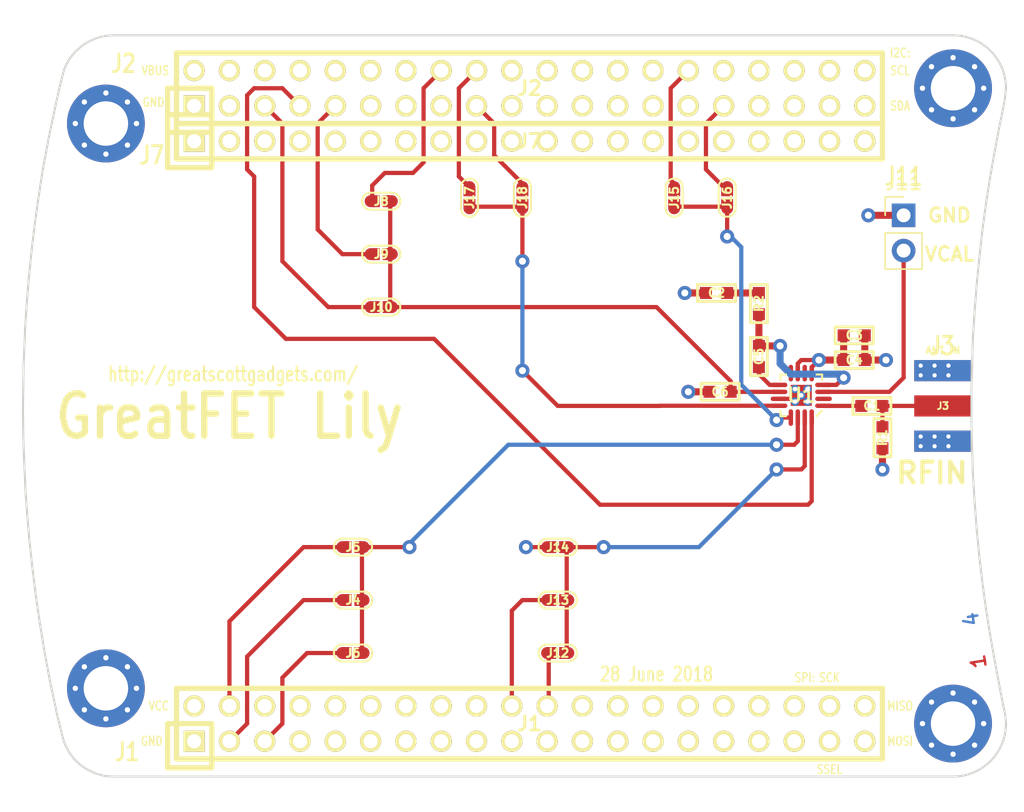
<source format=kicad_pcb>
(kicad_pcb (version 20221018) (generator pcbnew)
  (layers (0 "F.Cu" signal) (1 "In1.Cu" power "C2.Cu") (2 "In2.Cu" power "C3.Cu") (31 "B.Cu" signal) (34 "B.Paste" user) (35 "F.Paste" user) (36 "B.SilkS" user "B.Silkscreen") (37 "F.SilkS" user "F.Silkscreen") (38 "B.Mask" user) (39 "F.Mask" user) (44 "Edge.Cuts" user))
  (net 0 "")
  (net 1 "GND")
  (net 2 "VCC")
  (net 3 "/RF_IN")
  (net 4 "/P4_9")
  (net 5 "/P0_0")
  (net 6 "/P4_10")
  (net 7 "/P0_1")
  (net 8 "/P1_0")
  (net 9 "/P5_0")
  (net 10 "/P5_1")
  (net 11 "/P1_1")
  (net 12 "/CLK0")
  (net 13 "/P1_2")
  (net 14 "/P1_5")
  (net 15 "/P5_2")
  (net 16 "/P1_7")
  (net 17 "/P1_6")
  (net 18 "/P1_9")
  (net 19 "/P1_8")
  (net 20 "/P5_3")
  (net 21 "/P1_10")
  (net 22 "/P1_12")
  (net 23 "/P1_11")
  (net 24 "/P5_5")
  (net 25 "/P5_4")
  (net 26 "/P1_14")
  (net 27 "/P1_13")
  (net 28 "/P5_6")
  (net 29 "/P1_15")
  (net 30 "/P5_7")
  (net 31 "/P1_16")
  (net 32 "/P1_18")
  (net 33 "/P1_17")
  (net 34 "/P9_5")
  (net 35 "/P9_6")
  (net 36 "/P2_0")
  (net 37 "/P6_0")
  (net 38 "/P1_20")
  (net 39 "/P1_19")
  (net 40 "/P1_4")
  (net 41 "/P1_3")
  (net 42 "/P4_8")
  (net 43 "/P4_0")
  (net 44 "/ADC0_0")
  (net 45 "/P4_5")
  (net 46 "/P4_4")
  (net 47 "/P4_2")
  (net 48 "/P4_3")
  (net 49 "/P4_6")
  (net 50 "/P4_7")
  (net 51 "/CLK2")
  (net 52 "/P2_8")
  (net 53 "/P2_7")
  (net 54 "/P2_6")
  (net 55 "/P7_7")
  (net 56 "/WAKEUP0")
  (net 57 "/P2_5")
  (net 58 "/P2_4")
  (net 59 "/P2_3")
  (net 60 "/PF_4")
  (net 61 "/P3_2")
  (net 62 "/P7_2")
  (net 63 "/P3_1")
  (net 64 "/P7_1")
  (net 65 "/P3_0")
  (net 66 "/P7_0")
  (net 67 "/P3_4")
  (net 68 "/P6_8")
  (net 69 "/P3_7")
  (net 70 "/P6_7")
  (net 71 "/P3_3")
  (net 72 "/P2_2")
  (net 73 "/P6_6")
  (net 74 "/P2_1")
  (net 75 "/P6_3")
  (net 76 "/P3_5")
  (net 77 "/P3_6")
  (net 78 "/I2C0_SDA")
  (net 79 "/I2C0_SCL")
  (net 80 "/P6_4")
  (net 81 "/P6_5")
  (net 82 "/ADC0_5")
  (net 83 "/ADC0_2")
  (net 84 "/P2_9")
  (net 85 "/P2_12")
  (net 86 "/P2_13")
  (net 87 "/RTC_ALARM")
  (net 88 "/RESET")
  (net 89 "/VBAT")
  (net 90 "/P2_11")
  (net 91 "/P2_10")
  (net 92 "/P6_10")
  (net 93 "/P6_9")
  (net 94 "/P6_2")
  (net 95 "/P6_1")
  (net 96 "/VOUT")
  (net 97 "Net-(C1-Pad2)")
  (net 98 "Net-(C2-Pad1)")
  (net 99 "/rms_avg")
  (net 100 "Net-(C5-Pad1)")
  (net 101 "/ENBL")
  (net 102 "Net-(U1-Pad6)")
  (net 103 "Net-(U1-Pad2)")
  (net 104 "Net-(U1-Pad8)")
  (net 105 "/VBUS")
  (net 106 "Net-(J11-Pad2)")
  (net 107 "Net-(J12-Pad2)")
  (net 108 "Net-(J15-Pad1)")
  (net 109 "Net-(J17-Pad1)")
  (footprint "gsg-modules:HEADER-2x20" (layer "F.Cu") (at 146.05 118.11)
    (fp_text reference "J1")
    (fp_text value "NEIGHBOR1" hide)
  )
  (footprint "gsg-modules:HEADER-2x20" (layer "F.Cu") (at 146.05 72.39)
    (fp_text reference "J2")
    (fp_text value "NEIGHBOR2" hide)
  )
  (footprint "gsg-modules:HEADER-1x20" (layer "F.Cu") (at 146.05 76.2)
    (fp_text reference "J7")
    (fp_text value "BONUS_ROW" hide)
  )
  (footprint "gsg-modules:HOLE126MIL-COPPER" (layer "F.Cu") (at 115.57 74.93)
    (fp_text reference "MH1" hide)
    (fp_text value "MOUNTING_HOLE" hide)
  )
  (footprint "gsg-modules:HOLE126MIL-COPPER" (layer "F.Cu") (at 115.57 115.57)
    (fp_text reference "MH2" hide)
    (fp_text value "MOUNTING_HOLE" hide)
  )
  (footprint "gsg-modules:HOLE126MIL-COPPER" (layer "F.Cu") (at 176.53 118.11)
    (fp_text reference "MH3" hide)
    (fp_text value "MOUNTING_HOLE" hide)
  )
  (footprint "gsg-modules:HOLE126MIL-COPPER" (layer "F.Cu") (at 176.53 72.39)
    (fp_text reference "MH4" hide)
    (fp_text value "MOUNTING_HOLE" hide)
  )
  (footprint "gsg-modules:SMA-EDGE" (layer "F.Cu") (at 177.8 95.25 180)
    (fp_text reference "J3")
    (fp_text value "ANT_IN")
  )
  (footprint "gsg-modules:0603" (layer "F.Cu") (at 170.688 95.25)
    (fp_text reference "C1")
    (fp_text value "470nF" hide)
  )
  (footprint "gsg-modules:0603" (layer "F.Cu") (at 159.512 87.122 180)
    (fp_text reference "C2")
    (fp_text value "100nF" hide)
  )
  (footprint "gsg-modules:0603" (layer "F.Cu") (at 169.418 90.17)
    (fp_text reference "C3")
    (fp_text value "100nF" hide)
  )
  (footprint "gsg-modules:0603" (layer "F.Cu") (at 169.418 91.948)
    (fp_text reference "C4")
    (fp_text value "100pF" hide)
  )
  (footprint "gsg-modules:0603" (layer "F.Cu") (at 162.56 91.694 90)
    (fp_text reference "C5")
    (fp_text value "100nF" hide)
  )
  (footprint "gsg-modules:0603" (layer "F.Cu") (at 159.766 94.234 180)
    (fp_text reference "C6")
    (fp_text value "10nF" hide)
  )
  (footprint "gsg-modules:0603-JUMPER" (layer "F.Cu") (at 133.35 109.22 180)
    (fp_text reference "J4")
    (fp_text value "TEST_2P" hide)
  )
  (footprint "gsg-modules:0603-JUMPER" (layer "F.Cu") (at 133.35 105.41 180)
    (fp_text reference "J5")
    (fp_text value "TEST_2P" hide)
  )
  (footprint "gsg-modules:0603-JUMPER" (layer "F.Cu") (at 133.35 113.03 180)
    (fp_text reference "J6")
    (fp_text value "TEST_2P" hide)
  )
  (footprint "gsg-modules:0603-JUMPER" (layer "F.Cu") (at 135.382 80.518 180)
    (fp_text reference "J8")
    (fp_text value "TEST_2P" hide)
  )
  (footprint "gsg-modules:0603-JUMPER" (layer "F.Cu") (at 135.382 84.328 180)
    (fp_text reference "J9")
    (fp_text value "TEST_2P" hide)
  )
  (footprint "gsg-modules:0603-JUMPER" (layer "F.Cu") (at 135.382 88.138 180)
    (fp_text reference "J10")
    (fp_text value "TEST_2P" hide)
  )
  (footprint "gsg-modules:0603" (layer "F.Cu") (at 171.45 97.536 -90)
    (fp_text reference "R1")
    (fp_text value "82.5" hide)
  )
  (footprint "gsg-modules:0603" (layer "F.Cu") (at 162.56 87.884 90)
    (fp_text reference "R2")
    (fp_text value "4.02" hide)
  )
  (footprint "Pin_Headers:Pin_Header_Straight_1x02_Pitch2.54mm" (layer "F.Cu") (at 172.974 81.534)
    (fp_text reference "J11")
    (fp_text value "Conn_01x02")
  )
  (footprint "gsg-modules:0603-JUMPER" (layer "F.Cu") (at 148.082 113.03)
    (fp_text reference "J12")
    (fp_text value "TEST_2P" hide)
  )
  (footprint "gsg-modules:0603-JUMPER" (layer "F.Cu") (at 148.082 109.22)
    (fp_text reference "J13")
    (fp_text value "TEST_2P" hide)
  )
  (footprint "gsg-modules:0603-JUMPER" (layer "F.Cu") (at 148.082 105.41)
    (fp_text reference "J14")
    (fp_text value "TEST_2P" hide)
  )
  (footprint "gsg-modules:0603-JUMPER" (layer "F.Cu") (at 156.464 80.264 90)
    (fp_text reference "J15")
    (fp_text value "TEST_2P" hide)
  )
  (footprint "gsg-modules:0603-JUMPER" (layer "F.Cu") (at 160.274 80.264 90)
    (fp_text reference "J16")
    (fp_text value "TEST_2P" hide)
  )
  (footprint "gsg-modules:0603-JUMPER" (layer "F.Cu") (at 141.732 80.264 90)
    (fp_text reference "J17")
    (fp_text value "TEST_2P" hide)
  )
  (footprint "gsg-modules:0603-JUMPER" (layer "F.Cu") (at 145.542 80.264 90)
    (fp_text reference "J18")
    (fp_text value "TEST_2P" hide)
  )
  (footprint "gsg-modules:QFN16-3" (layer "F.Cu") (at 165.608 94.488 180)
    (fp_text reference "U1")
    (fp_text value "ADL5904")
  )
  (gr_line (start 112.6998 119.761) (end 112.5474 119.4054) (stroke (width 0.15)) (layer "Edge.Cuts"))
  (gr_line (start 114.3762 121.4882) (end 114.0968 121.3358) (stroke (width 0.15)) (layer "Edge.Cuts"))
  (gr_line (start 176.53 121.92) (end 116.1288 121.92) (stroke (width 0.15)) (layer "Edge.Cuts"))
  (gr_line (start 180.1368 73.8124) (end 180.2638 73.1266) (stroke (width 0.15)) (layer "Edge.Cuts"))
  (gr_line (start 109.728 90.5002) (end 109.6518 92.1766) (stroke (width 0.15)) (layer "Edge.Cuts"))
  (gr_line (start 178.6636 82.4484) (end 178.9176 80.5688) (stroke (width 0.15)) (layer "Edge.Cuts"))
  (gr_line (start 177.9524 90.5002) (end 178.0794 88.4682) (stroke (width 0.15)) (layer "Edge.Cuts"))
  (gr_line (start 178.6382 107.9246) (end 178.8922 109.8042) (stroke (width 0.15)) (layer "Edge.Cuts"))
  (gr_line (start 115.2398 68.6816) (end 114.8334 68.8086) (stroke (width 0.15)) (layer "Edge.Cuts"))
  (gr_line (start 113.03 120.3198) (end 112.8776 120.0912) (stroke (width 0.15)) (layer "Edge.Cuts"))
  (gr_line (start 112.395 71.6788) (end 112.3188 71.9582) (stroke (width 0.15)) (layer "Edge.Cuts"))
  (gr_line (start 177.9016 92.3544) (end 177.8508 94.0054) (stroke (width 0.15)) (layer "Edge.Cuts"))
  (gr_line (start 178.0794 102.108) (end 178.2318 104.1146) (stroke (width 0.15)) (layer "Edge.Cuts"))
  (gr_line (start 177.927 99.0346) (end 177.9524 99.9998) (stroke (width 0.15)) (layer "Edge.Cuts"))
  (gr_line (start 112.5474 71.0946) (end 112.4712 71.374) (stroke (width 0.15)) (layer "Edge.Cuts"))
  (gr_line (start 109.7788 101.2952) (end 109.728 99.9998) (stroke (width 0.15)) (layer "Edge.Cuts"))
  (gr_arc (start 180.34 118.11) (mid 179.224077 120.804077) (end 176.53 121.92) (stroke (width 0.15)) (layer "Edge.Cuts"))
  (gr_line (start 112.5474 119.4054) (end 112.4458 119.0244) (stroke (width 0.15)) (layer "Edge.Cuts"))
  (gr_line (start 177.8508 94.0054) (end 177.8508 95.123) (stroke (width 0.15)) (layer "Edge.Cuts"))
  (gr_line (start 113.1824 69.977) (end 113.0046 70.2056) (stroke (width 0.15)) (layer "Edge.Cuts"))
  (gr_line (start 114.0206 69.215) (end 113.6904 69.469) (stroke (width 0.15)) (layer "Edge.Cuts"))
  (gr_line (start 112.4712 71.374) (end 112.395 71.6788) (stroke (width 0.15)) (layer "Edge.Cuts"))
  (gr_line (start 110.5154 108.8136) (end 110.2614 106.7308) (stroke (width 0.15)) (layer "Edge.Cuts"))
  (gr_line (start 177.8508 96.393) (end 177.8762 97.79) (stroke (width 0.15)) (layer "Edge.Cuts"))
  (gr_line (start 179.2224 111.887) (end 179.5526 113.7158) (stroke (width 0.15)) (layer "Edge.Cuts"))
  (gr_line (start 110.0074 86.2584) (end 109.8804 87.7824) (stroke (width 0.15)) (layer "Edge.Cuts"))
  (gr_line (start 110.7948 110.744) (end 110.5154 108.8136) (stroke (width 0.15)) (layer "Edge.Cuts"))
  (gr_line (start 112.0902 117.602) (end 111.5314 114.9858) (stroke (width 0.15)) (layer "Edge.Cuts"))
  (gr_line (start 179.5018 77.0636) (end 179.8066 75.438) (stroke (width 0.15)) (layer "Edge.Cuts"))
  (gr_line (start 115.6462 121.8946) (end 115.2398 121.8184) (stroke (width 0.15)) (layer "Edge.Cuts"))
  (gr_line (start 113.4872 120.8532) (end 113.2586 120.6246) (stroke (width 0.15)) (layer "Edge.Cuts"))
  (gr_line (start 116.1288 68.58) (end 115.697 68.6054) (stroke (width 0.15)) (layer "Edge.Cuts"))
  (gr_line (start 180.2892 117.5004) (end 180.34 118.11) (stroke (width 0.15)) (layer "Edge.Cuts"))
  (gr_line (start 111.5314 114.9858) (end 111.1504 112.9284) (stroke (width 0.15)) (layer "Edge.Cuts"))
  (gr_line (start 111.0488 78.1304) (end 110.7186 80.264) (stroke (width 0.15)) (layer "Edge.Cuts"))
  (gr_line (start 114.8334 68.8086) (end 114.3762 69.0118) (stroke (width 0.15)) (layer "Edge.Cuts"))
  (gr_line (start 178.9176 80.5688) (end 179.197 78.8162) (stroke (width 0.15)) (layer "Edge.Cuts"))
  (gr_line (start 180.2638 73.1266) (end 180.34 72.39) (stroke (width 0.15)) (layer "Edge.Cuts"))
  (gr_line (start 113.7412 121.0818) (end 113.4872 120.8532) (stroke (width 0.15)) (layer "Edge.Cuts"))
  (gr_arc (start 176.53 68.58) (mid 179.224077 69.695923) (end 180.34 72.39) (stroke (width 0.15)) (layer "Edge.Cuts"))
  (gr_line (start 178.4604 84.2264) (end 178.6636 82.4484) (stroke (width 0.15)) (layer "Edge.Cuts"))
  (gr_line (start 178.2572 86.233) (end 178.4604 84.2264) (stroke (width 0.15)) (layer "Edge.Cuts"))
  (gr_line (start 112.8776 120.0912) (end 112.6998 119.761) (stroke (width 0.15)) (layer "Edge.Cuts"))
  (gr_line (start 178.0794 88.4682) (end 178.2572 86.233) (stroke (width 0.15)) (layer "Edge.Cuts"))
  (gr_line (start 112.649 70.8406) (end 112.5474 71.0946) (stroke (width 0.15)) (layer "Edge.Cuts"))
  (gr_line (start 114.3762 69.0118) (end 114.0206 69.215) (stroke (width 0.15)) (layer "Edge.Cuts"))
  (gr_line (start 112.4458 119.0244) (end 112.3442 118.6434) (stroke (width 0.15)) (layer "Edge.Cuts"))
  (gr_line (start 178.8922 109.8042) (end 179.2224 111.887) (stroke (width 0.15)) (layer "Edge.Cuts"))
  (gr_line (start 113.3856 69.7484) (end 113.1824 69.977) (stroke (width 0.15)) (layer "Edge.Cuts"))
  (gr_line (start 179.8066 75.438) (end 180.1368 73.8124) (stroke (width 0.15)) (layer "Edge.Cuts"))
  (gr_line (start 109.9058 103.0224) (end 109.7788 101.2952) (stroke (width 0.15)) (layer "Edge.Cuts"))
  (gr_line (start 115.697 68.6054) (end 115.2398 68.6816) (stroke (width 0.15)) (layer "Edge.Cuts"))
  (gr_line (start 109.6772 98.933) (end 109.728 99.9998) (stroke (width 0.15)) (layer "Edge.Cuts"))
  (gr_line (start 110.0582 104.8512) (end 109.9058 103.0224) (stroke (width 0.15)) (layer "Edge.Cuts"))
  (gr_line (start 110.4392 82.2706) (end 110.2106 84.201) (stroke (width 0.15)) (layer "Edge.Cuts"))
  (gr_line (start 110.2614 106.7308) (end 110.0582 104.8512) (stroke (width 0.15)) (layer "Edge.Cuts"))
  (gr_line (start 178.2318 104.1146) (end 178.4096 105.9942) (stroke (width 0.15)) (layer "Edge.Cuts"))
  (gr_line (start 115.2398 121.8184) (end 114.7572 121.666) (stroke (width 0.15)) (layer "Edge.Cuts"))
  (gr_line (start 112.3188 71.9582) (end 112.014 73.3298) (stroke (width 0.15)) (layer "Edge.Cuts"))
  (gr_line (start 178.4096 105.9942) (end 178.6382 107.9246) (stroke (width 0.15)) (layer "Edge.Cuts"))
  (gr_line (start 179.8828 115.4684) (end 180.1368 116.7892) (stroke (width 0.15)) (layer "Edge.Cuts"))
  (gr_line (start 109.6264 93.726) (end 109.601 95.5802) (stroke (width 0.15)) (layer "Edge.Cuts"))
  (gr_line (start 113.0046 70.2056) (end 112.8268 70.485) (stroke (width 0.15)) (layer "Edge.Cuts"))
  (gr_line (start 180.1368 116.7892) (end 180.2892 117.5004) (stroke (width 0.15)) (layer "Edge.Cuts"))
  (gr_line (start 112.8268 70.485) (end 112.649 70.8406) (stroke (width 0.15)) (layer "Edge.Cuts"))
  (gr_line (start 109.601 95.5802) (end 109.6264 97.4852) (stroke (width 0.15)) (layer "Edge.Cuts"))
  (gr_line (start 109.6518 92.1766) (end 109.6264 93.726) (stroke (width 0.15)) (layer "Edge.Cuts"))
  (gr_line (start 111.4806 75.8444) (end 111.0488 78.1304) (stroke (width 0.15)) (layer "Edge.Cuts"))
  (gr_line (start 177.9524 99.9998) (end 178.0794 102.108) (stroke (width 0.15)) (layer "Edge.Cuts"))
  (gr_line (start 109.7534 89.7128) (end 109.728 90.5002) (stroke (width 0.15)) (layer "Edge.Cuts"))
  (gr_line (start 112.3442 118.6434) (end 112.0902 117.602) (stroke (width 0.15)) (layer "Edge.Cuts"))
  (gr_line (start 112.014 73.3298) (end 111.4806 75.8444) (stroke (width 0.15)) (layer "Edge.Cuts"))
  (gr_line (start 113.2586 120.6246) (end 113.03 120.3198) (stroke (width 0.15)) (layer "Edge.Cuts"))
  (gr_line (start 177.9524 90.5002) (end 177.9016 92.3544) (stroke (width 0.15)) (layer "Edge.Cuts"))
  (gr_line (start 179.197 78.8162) (end 179.5018 77.0636) (stroke (width 0.15)) (layer "Edge.Cuts"))
  (gr_line (start 109.8804 87.7824) (end 109.7534 89.7128) (stroke (width 0.15)) (layer "Edge.Cuts"))
  (gr_line (start 109.6264 97.4852) (end 109.6772 98.933) (stroke (width 0.15)) (layer "Edge.Cuts"))
  (gr_line (start 116.1288 68.58) (end 176.53 68.58) (stroke (width 0.15)) (layer "Edge.Cuts"))
  (gr_line (start 179.5526 113.7158) (end 179.8828 115.4684) (stroke (width 0.15)) (layer "Edge.Cuts"))
  (gr_line (start 114.7572 121.666) (end 114.3762 121.4882) (stroke (width 0.15)) (layer "Edge.Cuts"))
  (gr_line (start 177.8508 95.123) (end 177.8508 96.393) (stroke (width 0.15)) (layer "Edge.Cuts"))
  (gr_line (start 177.8762 97.79) (end 177.927 99.0346) (stroke (width 0.15)) (layer "Edge.Cuts"))
  (gr_line (start 113.6904 69.469) (end 113.3856 69.7484) (stroke (width 0.15)) (layer "Edge.Cuts"))
  (gr_line (start 110.7186 80.264) (end 110.4392 82.2706) (stroke (width 0.15)) (layer "Edge.Cuts"))
  (gr_line (start 111.1504 112.9284) (end 110.7948 110.744) (stroke (width 0.15)) (layer "Edge.Cuts"))
  (gr_line (start 116.1288 121.92) (end 115.6462 121.8946) (stroke (width 0.15)) (layer "Edge.Cuts"))
  (gr_line (start 114.0968 121.3358) (end 113.7412 121.0818) (stroke (width 0.15)) (layer "Edge.Cuts"))
  (gr_line (start 110.2106 84.201) (end 110.0074 86.2584) (stroke (width 0.15)) (layer "Edge.Cuts"))
  (gr_text "1" (at 178.3588 113.6396 98.9) (layer "F.Cu") (effects (font (size 1.016 1.016) (thickness 0.1778))))
  (gr_text "4" (at 177.8508 110.5916 98.9) (layer "B.Cu") (effects (font (size 1.016 1.016) (thickness 0.1778))))
  (gr_text "J1" (at 117.094 120.142) (layer "F.SilkS") (effects (font (size 1.27 1.016) (thickness 0.2032))))
  (gr_text "J2" (at 116.84 70.612) (layer "F.SilkS") (effects (font (size 1.27 1.016) (thickness 0.2032))))
  (gr_text "J7" (at 118.872 77.216) (layer "F.SilkS") (effects (font (size 1.27 1.016) (thickness 0.2032))))
  (gr_text "MOSI" (at 172.72 119.38) (layer "F.SilkS") (effects (font (size 0.635 0.508) (thickness 0.1016))))
  (gr_text "MISO" (at 172.72 116.84) (layer "F.SilkS") (effects (font (size 0.635 0.508) (thickness 0.1016))))
  (gr_text "SSEL" (at 167.64 121.412) (layer "F.SilkS") (effects (font (size 0.635 0.508) (thickness 0.1016))))
  (gr_text "SCK" (at 167.64 114.808) (layer "F.SilkS") (effects (font (size 0.635 0.508) (thickness 0.1016))))
  (gr_text "SDA" (at 172.72 73.66) (layer "F.SilkS") (effects (font (size 0.635 0.508) (thickness 0.1016))))
  (gr_text "SCL" (at 172.72 71.12) (layer "F.SilkS") (effects (font (size 0.635 0.508) (thickness 0.1016))))
  (gr_text "I2C:" (at 172.72 69.85) (layer "F.SilkS") (effects (font (size 0.635 0.508) (thickness 0.1016))))
  (gr_text "SPI:" (at 165.862 114.808) (layer "F.SilkS") (effects (font (size 0.635 0.508) (thickness 0.1016))))
  (gr_text "GND" (at 118.872 119.38) (layer "F.SilkS") (effects (font (size 0.635 0.508) (thickness 0.1016))))
  (gr_text "VCC" (at 119.38 116.84) (layer "F.SilkS") (effects (font (size 0.635 0.508) (thickness 0.1016))))
  (gr_text "VBUS" (at 119.126 71.12) (layer "F.SilkS") (effects (font (size 0.635 0.508) (thickness 0.1016))))
  (gr_text "GND" (at 118.999 73.406) (layer "F.SilkS") (effects (font (size 0.635 0.508) (thickness 0.1016))))
  (gr_text "http://greatscottgadgets.com/" (at 124.714 92.964) (layer "F.SilkS") (effects (font (size 1.016 0.762) (thickness 0.1524))))
  (gr_text "28 June 2018" (at 155.194 114.554) (layer "F.SilkS") (effects (font (size 1.016 0.762) (thickness 0.1524))))
  (gr_text "GreatFET Lily" (at 124.46 96.012) (layer "F.SilkS") (effects (font (size 3.048 2.54) (thickness 0.4572))))
  (gr_text "GND" (at 176.276 81.534) (layer "F.SilkS") (effects (font (size 1 1) (thickness 0.2))))
  (gr_text "VCAL" (at 176.276 84.328) (layer "F.SilkS") (effects (font (size 1 1) (thickness 0.2))))
  (gr_text "J11" (at 172.974 78.74) (layer "F.SilkS") (effects (font (size 1.27 1.016) (thickness 0.2032))))
  (gr_text "RFIN" (at 175.006 100.076) (layer "F.SilkS") (effects (font (size 1.5 1.5) (thickness 0.3))))
  (gr_text "J3" (at 175.768 90.932) (layer "F.SilkS") (effects (font (size 1.27 1.016) (thickness 0.2032))))
  (segment (start 165.358 94.738) (end 165.608 94.488) (width 0.3048) (layer "F.Cu") (net 1))
  (segment (start 147.4343 105.41) (end 145.796 105.41) (width 0.3048) (layer "F.Cu") (net 1))
  (segment (start 147.4343 105.41) (end 148.4376 105.41) (width 0.2032) (layer "F.Cu") (net 1))
  (segment (start 159.004 94.234) (end 157.48 94.234) (width 0.508) (layer "F.Cu") (net 1))
  (segment (start 170.18 91.948) (end 170.18 90.17) (width 0.508) (layer "F.Cu") (net 1))
  (segment (start 158.75 87.122) (end 157.226 87.122) (width 0.508) (layer "F.Cu") (net 1))
  (segment (start 164.008 94.738) (end 165.358 94.738) (width 0.3048) (layer "F.Cu") (net 1))
  (segment (start 170.18 91.948) (end 171.704 91.948) (width 0.508) (layer "F.Cu") (net 1))
  (segment (start 172.974 81.534) (end 170.434 81.534) (width 0.508) (layer "F.Cu") (net 1))
  (segment (start 171.45 98.298) (end 171.45 99.822) (width 0.508) (layer "F.Cu") (net 1))
  (via (at 157.48 94.234) (size 1.016) (drill 0.508) (layers "F.Cu" "B.Cu") (net 1))
  (via (at 145.796 105.41) (size 1.016) (drill 0.508) (layers "F.Cu" "B.Cu") (net 1))
  (via (at 170.434 81.534) (size 1.016) (drill 0.508) (layers "F.Cu" "B.Cu") (net 1))
  (via (at 171.45 99.822) (size 1.016) (drill 0.508) (layers "F.Cu" "B.Cu") (net 1))
  (via (at 171.704 91.948) (size 1.016) (drill 0.508) (layers "F.Cu" "B.Cu") (net 1))
  (via (at 157.226 87.122) (size 1.016) (drill 0.508) (layers "F.Cu" "B.Cu") (net 1))
  (segment (start 166.878 91.948) (end 166.358 92.468) (width 0.3048) (layer "F.Cu") (net 2))
  (segment (start 165.608 91.948) (end 165.358 92.198) (width 0.3048) (layer "F.Cu") (net 2))
  (segment (start 165.358 92.198) (end 165.358 92.888) (width 0.3048) (layer "F.Cu") (net 2))
  (segment (start 168.656 91.948) (end 168.656 90.17) (width 0.508) (layer "F.Cu") (net 2))
  (segment (start 166.878 91.948) (end 165.608 91.948) (width 0.3048) (layer "F.Cu") (net 2))
  (segment (start 166.358 92.888) (end 166.358 92.468) (width 0.3048) (layer "F.Cu") (net 2))
  (segment (start 168.656 91.948) (end 166.878 91.948) (width 0.508) (layer "F.Cu") (net 2))
  (via (at 166.878 91.948) (size 1.016) (drill 0.508) (layers "F.Cu" "B.Cu") (net 2))
  (segment (start 167.22 95.25) (end 167.208 95.238) (width 0.3048) (layer "F.Cu") (net 3))
  (segment (start 169.926 95.25) (end 167.22 95.25) (width 0.3048) (layer "F.Cu") (net 3))
  (segment (start 129.794 109.22) (end 125.73 113.284) (width 0.3048) (layer "F.Cu") (net 4))
  (segment (start 125.73 113.284) (end 125.73 118.11) (width 0.3048) (layer "F.Cu") (net 4))
  (segment (start 125.73 118.11) (end 124.46 119.38) (width 0.3048) (layer "F.Cu") (net 4))
  (segment (start 132.7023 109.22) (end 129.794 109.22) (width 0.3048) (layer "F.Cu") (net 4))
  (segment (start 129.794 105.41) (end 124.46 110.744) (width 0.3048) (layer "F.Cu") (net 5))
  (segment (start 124.46 110.744) (end 124.46 116.84) (width 0.3048) (layer "F.Cu") (net 5))
  (segment (start 132.9944 105.41) (end 129.794 105.41) (width 0.3048) (layer "F.Cu") (net 5))
  (segment (start 130.048 113.03) (end 128.27 114.808) (width 0.3048) (layer "F.Cu") (net 6))
  (segment (start 128.27 114.808) (end 128.27 118.11) (width 0.3048) (layer "F.Cu") (net 6))
  (segment (start 128.27 118.11) (end 127 119.38) (width 0.3048) (layer "F.Cu") (net 6))
  (segment (start 132.7023 113.03) (end 130.048 113.03) (width 0.3048) (layer "F.Cu") (net 6))
  (segment (start 145.542 109.22) (end 144.78 109.982) (width 0.3048) (layer "F.Cu") (net 21))
  (segment (start 144.78 109.982) (end 144.78 116.84) (width 0.3048) (layer "F.Cu") (net 21))
  (segment (start 147.4343 109.22) (end 145.542 109.22) (width 0.3048) (layer "F.Cu") (net 21))
  (segment (start 147.4343 116.7257) (end 147.32 116.84) (width 0.3048) (layer "F.Cu") (net 23))
  (segment (start 147.4343 113.03) (end 147.4343 116.7257) (width 0.3048) (layer "F.Cu") (net 23))
  (segment (start 131.572 88.138) (end 128.27 84.836) (width 0.3048) (layer "F.Cu") (net 44))
  (segment (start 128.27 84.836) (end 128.27 74.93) (width 0.3048) (layer "F.Cu") (net 44))
  (segment (start 128.27 74.93) (end 127 73.66) (width 0.3048) (layer "F.Cu") (net 44))
  (segment (start 134.7343 88.138) (end 131.572 88.138) (width 0.3048) (layer "F.Cu") (net 44))
  (segment (start 129.54 73.406) (end 129.54 73.66) (width 0.3048) (layer "F.Cu") (net 46))
  (segment (start 166.358 102.096) (end 166.092 102.362) (width 0.3048) (layer "F.Cu") (net 46))
  (segment (start 166.092 102.362) (end 151.13 102.362) (width 0.3048) (layer "F.Cu") (net 46))
  (segment (start 151.13 102.362) (end 139.192 90.424) (width 0.3048) (layer "F.Cu") (net 46))
  (segment (start 139.192 90.424) (end 128.524 90.424) (width 0.3048) (layer "F.Cu") (net 46))
  (segment (start 128.524 90.424) (end 126.238 88.138) (width 0.3048) (layer "F.Cu") (net 46))
  (segment (start 126.238 88.138) (end 126.238 78.74) (width 0.3048) (layer "F.Cu") (net 46))
  (segment (start 126.238 78.74) (end 125.73 78.232) (width 0.3048) (layer "F.Cu") (net 46))
  (segment (start 125.73 78.232) (end 125.73 72.898) (width 0.3048) (layer "F.Cu") (net 46))
  (segment (start 125.73 72.898) (end 126.238 72.39) (width 0.3048) (layer "F.Cu") (net 46))
  (segment (start 126.238 72.39) (end 128.27 72.39) (width 0.3048) (layer "F.Cu") (net 46))
  (segment (start 128.27 72.39) (end 129.54 73.66) (width 0.3048) (layer "F.Cu") (net 46))
  (segment (start 166.358 96.088) (end 166.358 102.096) (width 0.3048) (layer "F.Cu") (net 46))
  (segment (start 166.358 96.088) (end 166.358 96.508) (width 0.3048) (layer "F.Cu") (net 46))
  (segment (start 132.588 84.328) (end 130.81 82.55) (width 0.3048) (layer "F.Cu") (net 48))
  (segment (start 130.81 82.55) (end 130.81 74.93) (width 0.3048) (layer "F.Cu") (net 48))
  (segment (start 130.81 74.93) (end 132.08 73.66) (width 0.3048) (layer "F.Cu") (net 48))
  (segment (start 134.7343 84.328) (end 132.588 84.328) (width 0.3048) (layer "F.Cu") (net 48))
  (segment (start 134.7343 79.3877) (end 135.636 78.486) (width 0.3048) (layer "F.Cu") (net 55))
  (segment (start 135.636 78.486) (end 137.668 78.486) (width 0.3048) (layer "F.Cu") (net 55))
  (segment (start 137.668 78.486) (end 138.43 77.724) (width 0.3048) (layer "F.Cu") (net 55))
  (segment (start 138.43 77.724) (end 138.43 72.39) (width 0.3048) (layer "F.Cu") (net 55))
  (segment (start 138.43 72.39) (end 139.7 71.12) (width 0.3048) (layer "F.Cu") (net 55))
  (segment (start 134.7343 80.518) (end 134.7343 79.3877) (width 0.3048) (layer "F.Cu") (net 55))
  (segment (start 145.542 79.248) (end 143.51 77.216) (width 0.3048) (layer "F.Cu") (net 56))
  (segment (start 143.51 77.216) (end 143.51 74.93) (width 0.3048) (layer "F.Cu") (net 56))
  (segment (start 143.51 74.93) (end 142.24 73.66) (width 0.3048) (layer "F.Cu") (net 56))
  (segment (start 145.542 79.6163) (end 145.542 79.248) (width 0.3048) (layer "F.Cu") (net 56))
  (segment (start 141.732 79.502) (end 140.97 78.74) (width 0.3048) (layer "F.Cu") (net 57))
  (segment (start 140.97 78.74) (end 140.97 72.39) (width 0.3048) (layer "F.Cu") (net 57))
  (segment (start 140.97 72.39) (end 142.24 71.12) (width 0.3048) (layer "F.Cu") (net 57))
  (segment (start 141.732 79.6163) (end 141.732 79.502) (width 0.3048) (layer "F.Cu") (net 57))
  (segment (start 156.464 79.248) (end 156.21 78.994) (width 0.3048) (layer "F.Cu") (net 69))
  (segment (start 156.21 78.994) (end 156.21 72.39) (width 0.3048) (layer "F.Cu") (net 69))
  (segment (start 156.21 72.39) (end 157.48 71.12) (width 0.3048) (layer "F.Cu") (net 69))
  (segment (start 156.464 79.6163) (end 156.464 79.248) (width 0.3048) (layer "F.Cu") (net 69))
  (segment (start 160.1343 79.6163) (end 158.75 78.232) (width 0.3048) (layer "F.Cu") (net 70))
  (segment (start 158.75 78.232) (end 158.75 74.93) (width 0.3048) (layer "F.Cu") (net 70))
  (segment (start 158.75 74.93) (end 160.02 73.66) (width 0.3048) (layer "F.Cu") (net 70))
  (segment (start 160.274 79.6163) (end 160.1343 79.6163) (width 0.3048) (layer "F.Cu") (net 70))
  (segment (start 160.532 94.238) (end 160.528 94.234) (width 0.3048) (layer "F.Cu") (net 96))
  (segment (start 160.528 93.472) (end 155.194 88.138) (width 0.3048) (layer "F.Cu") (net 96))
  (segment (start 155.194 88.138) (end 136.0297 88.138) (width 0.3048) (layer "F.Cu") (net 96))
  (segment (start 164.008 94.238) (end 160.532 94.238) (width 0.3048) (layer "F.Cu") (net 96))
  (segment (start 136.0297 88.138) (end 136.0297 84.328) (width 0.3048) (layer "F.Cu") (net 96))
  (segment (start 160.528 94.234) (end 160.528 93.472) (width 0.3048) (layer "F.Cu") (net 96))
  (segment (start 136.0297 84.328) (end 136.0297 80.518) (width 0.3048) (layer "F.Cu") (net 96))
  (segment (start 171.45 96.774) (end 171.45 95.25) (width 0.3048) (layer "F.Cu") (net 97))
  (segment (start 171.45 95.25) (end 175.768 95.25) (width 0.3048) (layer "F.Cu") (net 97))
  (segment (start 162.56 87.122) (end 160.274 87.122) (width 0.508) (layer "F.Cu") (net 98))
  (segment (start 168.136 93.738) (end 168.656 93.218) (width 0.3048) (layer "F.Cu") (net 99))
  (segment (start 162.56 90.932) (end 162.56 88.646) (width 0.508) (layer "F.Cu") (net 99))
  (segment (start 162.56 90.932) (end 164.084 90.932) (width 0.508) (layer "F.Cu") (net 99))
  (segment (start 167.208 93.738) (end 168.136 93.738) (width 0.3048) (layer "F.Cu") (net 99))
  (via (at 168.656 93.218) (size 1.016) (drill 0.508) (layers "F.Cu" "B.Cu") (net 99))
  (via (at 164.084 90.932) (size 1.016) (drill 0.508) (layers "F.Cu" "B.Cu") (net 99))
  (segment (start 168.656 93.218) (end 168.402 92.964) (width 0.3048) (layer "B.Cu") (net 99))
  (segment (start 168.402 92.964) (end 164.846 92.964) (width 0.3048) (layer "B.Cu") (net 99))
  (segment (start 164.846 92.964) (end 164.084 92.202) (width 0.3048) (layer "B.Cu") (net 99))
  (segment (start 164.084 92.202) (end 164.846 92.964) (width 0.508) (layer "B.Cu") (net 99))
  (segment (start 164.846 92.964) (end 168.402 92.964) (width 0.508) (layer "B.Cu") (net 99))
  (segment (start 168.402 92.964) (end 168.656 93.218) (width 0.508) (layer "B.Cu") (net 99))
  (segment (start 164.084 90.932) (end 164.084 92.202) (width 0.508) (layer "B.Cu") (net 99))
  (segment (start 162.56 92.964) (end 163.334 93.738) (width 0.3048) (layer "F.Cu") (net 100))
  (segment (start 163.334 93.738) (end 164.008 93.738) (width 0.3048) (layer "F.Cu") (net 100))
  (segment (start 162.56 92.456) (end 162.56 92.964) (width 0.3048) (layer "F.Cu") (net 100))
  (segment (start 165.358 97.786) (end 165.1 98.044) (width 0.3048) (layer "F.Cu") (net 101))
  (segment (start 165.1 98.044) (end 163.83 98.044) (width 0.3048) (layer "F.Cu") (net 101))
  (segment (start 137.414 105.41) (end 133.9977 105.41) (width 0.3048) (layer "F.Cu") (net 101))
  (segment (start 165.358 96.088) (end 165.358 97.786) (width 0.3048) (layer "F.Cu") (net 101))
  (segment (start 133.9977 109.22) (end 133.9977 105.41) (width 0.3048) (layer "F.Cu") (net 101))
  (segment (start 133.9977 113.03) (end 133.9977 109.22) (width 0.3048) (layer "F.Cu") (net 101))
  (via (at 163.83 98.044) (size 1.016) (drill 0.508) (layers "F.Cu" "B.Cu") (net 101))
  (via (at 137.414 105.41) (size 1.016) (drill 0.508) (layers "F.Cu" "B.Cu") (net 101))
  (segment (start 163.83 98.044) (end 144.526 98.044) (width 0.3048) (layer "B.Cu") (net 101))
  (segment (start 144.526 98.044) (end 137.414 105.156) (width 0.3048) (layer "B.Cu") (net 101))
  (segment (start 137.414 105.156) (end 137.414 105.41) (width 0.3048) (layer "B.Cu") (net 101))
  (segment (start 171.954 94.238) (end 172.974 93.218) (width 0.3048) (layer "F.Cu") (net 106))
  (segment (start 172.974 93.218) (end 172.974 84.074) (width 0.3048) (layer "F.Cu") (net 106))
  (segment (start 167.208 94.238) (end 171.954 94.238) (width 0.3048) (layer "F.Cu") (net 106))
  (segment (start 165.858 99.572) (end 165.608 99.822) (width 0.3048) (layer "F.Cu") (net 107))
  (segment (start 165.608 99.822) (end 163.83 99.822) (width 0.3048) (layer "F.Cu") (net 107))
  (segment (start 151.384 105.41) (end 150.114 105.41) (width 0.3048) (layer "F.Cu") (net 107))
  (segment (start 165.858 99.572) (end 165.858 96.088) (width 0.3048) (layer "F.Cu") (net 107))
  (segment (start 148.7297 105.41) (end 148.7297 109.22) (width 0.3048) (layer "F.Cu") (net 107))
  (segment (start 148.7297 109.22) (end 148.7297 113.03) (width 0.3048) (layer "F.Cu") (net 107))
  (segment (start 148.7297 105.41) (end 150.114 105.41) (width 0.3048) (layer "F.Cu") (net 107))
  (via (at 163.83 99.822) (size 1.016) (drill 0.508) (layers "F.Cu" "B.Cu") (net 107))
  (via (at 151.384 105.41) (size 1.016) (drill 0.508) (layers "F.Cu" "B.Cu") (net 107))
  (segment (start 163.83 99.822) (end 158.242 105.41) (width 0.3048) (layer "B.Cu") (net 107))
  (segment (start 158.242 105.41) (end 151.384 105.41) (width 0.3048) (layer "B.Cu") (net 107))
  (segment (start 164.008 96.088) (end 163.83 96.266) (width 0.3048) (layer "F.Cu") (net 108))
  (segment (start 160.274 83.058) (end 160.274 80.9117) (width 0.3048) (layer "F.Cu") (net 108))
  (segment (start 160.274 80.9117) (end 156.464 80.9117) (width 0.3048) (layer "F.Cu") (net 108))
  (segment (start 164.858 96.088) (end 164.008 96.088) (width 0.3048) (layer "F.Cu") (net 108))
  (via (at 163.83 96.266) (size 1.016) (drill 0.508) (layers "F.Cu" "B.Cu") (net 108))
  (via (at 160.274 83.058) (size 1.016) (drill 0.508) (layers "F.Cu" "B.Cu") (net 108))
  (segment (start 163.83 96.266) (end 161.29 93.726) (width 0.3048) (layer "B.Cu") (net 108))
  (segment (start 161.29 93.726) (end 161.29 83.82) (width 0.3048) (layer "B.Cu") (net 108))
  (segment (start 161.29 83.82) (end 160.528 83.058) (width 0.3048) (layer "B.Cu") (net 108))
  (segment (start 160.528 83.058) (end 160.274 83.058) (width 0.3048) (layer "B.Cu") (net 108))
  (segment (start 155.46 95.238) (end 155.448 95.25) (width 0.3048) (layer "F.Cu") (net 109))
  (segment (start 155.448 95.25) (end 148.082 95.25) (width 0.3048) (layer "F.Cu") (net 109))
  (segment (start 148.082 95.25) (end 145.542 92.71) (width 0.3048) (layer "F.Cu") (net 109))
  (segment (start 145.542 84.836) (end 145.542 80.9117) (width 0.3048) (layer "F.Cu") (net 109))
  (segment (start 164.008 95.238) (end 155.46 95.238) (width 0.3048) (layer "F.Cu") (net 109))
  (segment (start 145.542 80.9117) (end 141.732 80.9117) (width 0.3048) (layer "F.Cu") (net 109))
  (via (at 145.542 84.836) (size 1.016) (drill 0.508) (layers "F.Cu" "B.Cu") (net 109))
  (via (at 145.542 92.71) (size 1.016) (drill 0.508) (layers "F.Cu" "B.Cu") (net 109))
  (segment (start 145.542 92.71) (end 145.542 84.836) (width 0.3048) (layer "B.Cu") (net 109))
)
</source>
